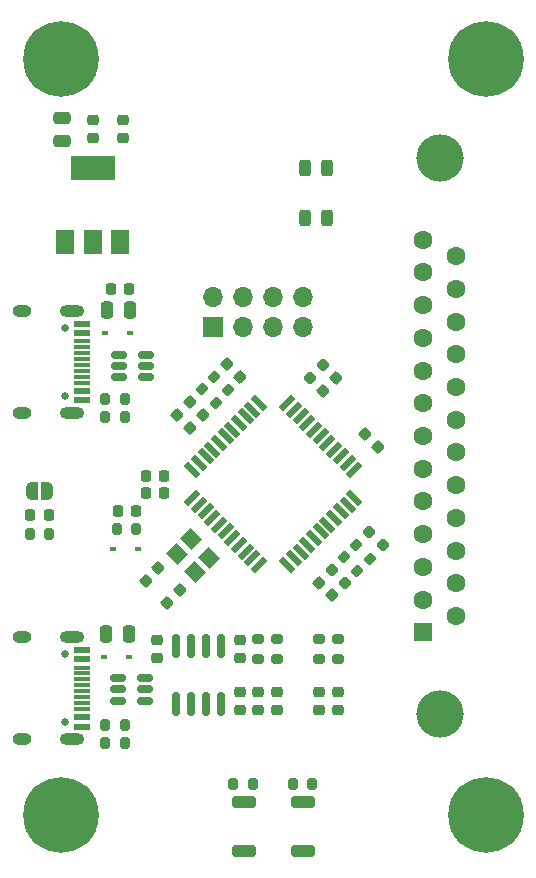
<source format=gbr>
%TF.GenerationSoftware,KiCad,Pcbnew,(6.0.9)*%
%TF.CreationDate,2022-12-20T19:16:25+10:00*%
%TF.ProjectId,OpenRetroPad,4f70656e-5265-4747-926f-5061642e6b69,rev?*%
%TF.SameCoordinates,Original*%
%TF.FileFunction,Soldermask,Top*%
%TF.FilePolarity,Negative*%
%FSLAX46Y46*%
G04 Gerber Fmt 4.6, Leading zero omitted, Abs format (unit mm)*
G04 Created by KiCad (PCBNEW (6.0.9)) date 2022-12-20 19:16:25*
%MOMM*%
%LPD*%
G01*
G04 APERTURE LIST*
G04 Aperture macros list*
%AMRoundRect*
0 Rectangle with rounded corners*
0 $1 Rounding radius*
0 $2 $3 $4 $5 $6 $7 $8 $9 X,Y pos of 4 corners*
0 Add a 4 corners polygon primitive as box body*
4,1,4,$2,$3,$4,$5,$6,$7,$8,$9,$2,$3,0*
0 Add four circle primitives for the rounded corners*
1,1,$1+$1,$2,$3*
1,1,$1+$1,$4,$5*
1,1,$1+$1,$6,$7*
1,1,$1+$1,$8,$9*
0 Add four rect primitives between the rounded corners*
20,1,$1+$1,$2,$3,$4,$5,0*
20,1,$1+$1,$4,$5,$6,$7,0*
20,1,$1+$1,$6,$7,$8,$9,0*
20,1,$1+$1,$8,$9,$2,$3,0*%
%AMRotRect*
0 Rectangle, with rotation*
0 The origin of the aperture is its center*
0 $1 length*
0 $2 width*
0 $3 Rotation angle, in degrees counterclockwise*
0 Add horizontal line*
21,1,$1,$2,0,0,$3*%
%AMFreePoly0*
4,1,22,0.500000,-0.750000,0.000000,-0.750000,0.000000,-0.745033,-0.079941,-0.743568,-0.215256,-0.701293,-0.333266,-0.622738,-0.424486,-0.514219,-0.481581,-0.384460,-0.499164,-0.250000,-0.500000,-0.250000,-0.500000,0.250000,-0.499164,0.250000,-0.499963,0.256109,-0.478152,0.396186,-0.417904,0.524511,-0.324060,0.630769,-0.204165,0.706417,-0.067858,0.745374,0.000000,0.744959,0.000000,0.750000,
0.500000,0.750000,0.500000,-0.750000,0.500000,-0.750000,$1*%
%AMFreePoly1*
4,1,20,0.000000,0.744959,0.073905,0.744508,0.209726,0.703889,0.328688,0.626782,0.421226,0.519385,0.479903,0.390333,0.500000,0.250000,0.500000,-0.250000,0.499851,-0.262216,0.476331,-0.402017,0.414519,-0.529596,0.319384,-0.634700,0.198574,-0.708877,0.061801,-0.746166,0.000000,-0.745033,0.000000,-0.750000,-0.500000,-0.750000,-0.500000,0.750000,0.000000,0.750000,0.000000,0.744959,
0.000000,0.744959,$1*%
G04 Aperture macros list end*
%ADD10RoundRect,0.225000X-0.250000X0.225000X-0.250000X-0.225000X0.250000X-0.225000X0.250000X0.225000X0*%
%ADD11RoundRect,0.150000X-0.512500X-0.150000X0.512500X-0.150000X0.512500X0.150000X-0.512500X0.150000X0*%
%ADD12C,4.000000*%
%ADD13R,1.600000X1.600000*%
%ADD14C,1.600000*%
%ADD15R,0.600000X0.450000*%
%ADD16RoundRect,0.200000X0.200000X0.275000X-0.200000X0.275000X-0.200000X-0.275000X0.200000X-0.275000X0*%
%ADD17RoundRect,0.225000X0.225000X0.250000X-0.225000X0.250000X-0.225000X-0.250000X0.225000X-0.250000X0*%
%ADD18RoundRect,0.243750X0.243750X0.456250X-0.243750X0.456250X-0.243750X-0.456250X0.243750X-0.456250X0*%
%ADD19RoundRect,0.225000X0.335876X0.017678X0.017678X0.335876X-0.335876X-0.017678X-0.017678X-0.335876X0*%
%ADD20RoundRect,0.200000X-0.200000X-0.275000X0.200000X-0.275000X0.200000X0.275000X-0.200000X0.275000X0*%
%ADD21RoundRect,0.225000X-0.335876X-0.017678X-0.017678X-0.335876X0.335876X0.017678X0.017678X0.335876X0*%
%ADD22RoundRect,0.225000X-0.225000X-0.250000X0.225000X-0.250000X0.225000X0.250000X-0.225000X0.250000X0*%
%ADD23RoundRect,0.200000X0.275000X-0.200000X0.275000X0.200000X-0.275000X0.200000X-0.275000X-0.200000X0*%
%ADD24RoundRect,0.218750X0.256250X-0.218750X0.256250X0.218750X-0.256250X0.218750X-0.256250X-0.218750X0*%
%ADD25RoundRect,0.225000X0.250000X-0.225000X0.250000X0.225000X-0.250000X0.225000X-0.250000X-0.225000X0*%
%ADD26C,0.800000*%
%ADD27C,6.400000*%
%ADD28RoundRect,0.150000X0.150000X-0.825000X0.150000X0.825000X-0.150000X0.825000X-0.150000X-0.825000X0*%
%ADD29R,1.500000X2.000000*%
%ADD30R,3.800000X2.000000*%
%ADD31RoundRect,0.225000X-0.017678X0.335876X-0.335876X0.017678X0.017678X-0.335876X0.335876X-0.017678X0*%
%ADD32RoundRect,0.218750X-0.256250X0.218750X-0.256250X-0.218750X0.256250X-0.218750X0.256250X0.218750X0*%
%ADD33RoundRect,0.218750X-0.335876X-0.026517X-0.026517X-0.335876X0.335876X0.026517X0.026517X0.335876X0*%
%ADD34RoundRect,0.200000X0.335876X0.053033X0.053033X0.335876X-0.335876X-0.053033X-0.053033X-0.335876X0*%
%ADD35RoundRect,0.218750X0.335876X0.026517X0.026517X0.335876X-0.335876X-0.026517X-0.026517X-0.335876X0*%
%ADD36RoundRect,0.250000X-0.250000X-0.475000X0.250000X-0.475000X0.250000X0.475000X-0.250000X0.475000X0*%
%ADD37RoundRect,0.218750X0.026517X-0.335876X0.335876X-0.026517X-0.026517X0.335876X-0.335876X0.026517X0*%
%ADD38FreePoly0,180.000000*%
%ADD39FreePoly1,180.000000*%
%ADD40C,0.650000*%
%ADD41R,1.450000X0.600000*%
%ADD42R,1.450000X0.300000*%
%ADD43O,1.600000X1.000000*%
%ADD44O,2.100000X1.000000*%
%ADD45RotRect,1.500000X0.550000X315.000000*%
%ADD46RotRect,1.500000X0.550000X45.000000*%
%ADD47RoundRect,0.200000X-0.335876X-0.053033X-0.053033X-0.335876X0.335876X0.053033X0.053033X0.335876X0*%
%ADD48RoundRect,0.218750X0.218750X0.256250X-0.218750X0.256250X-0.218750X-0.256250X0.218750X-0.256250X0*%
%ADD49RoundRect,0.250000X-0.475000X0.250000X-0.475000X-0.250000X0.475000X-0.250000X0.475000X0.250000X0*%
%ADD50RotRect,1.400000X1.200000X135.000000*%
%ADD51R,1.700000X1.700000*%
%ADD52O,1.700000X1.700000*%
%ADD53RoundRect,0.250000X-0.750000X0.250000X-0.750000X-0.250000X0.750000X-0.250000X0.750000X0.250000X0*%
G04 APERTURE END LIST*
D10*
%TO.C,C5*%
X5300000Y-5175000D03*
X5300000Y-6725000D03*
%TD*%
D11*
%TO.C,U4*%
X4962500Y-25050000D03*
X4962500Y-26000000D03*
X4962500Y-26950000D03*
X7237500Y-26950000D03*
X7237500Y-26000000D03*
X7237500Y-25050000D03*
%TD*%
D12*
%TO.C,J4*%
X32089669Y-55500000D03*
X32089669Y-8400000D03*
D13*
X30669669Y-48570000D03*
D14*
X30669669Y-45800000D03*
X30669669Y-43030000D03*
X30669669Y-40260000D03*
X30669669Y-37490000D03*
X30669669Y-34720000D03*
X30669669Y-31950000D03*
X30669669Y-29180000D03*
X30669669Y-26410000D03*
X30669669Y-23640000D03*
X30669669Y-20870000D03*
X30669669Y-18100000D03*
X30669669Y-15330000D03*
X33509669Y-47185000D03*
X33509669Y-44415000D03*
X33509669Y-41645000D03*
X33509669Y-38875000D03*
X33509669Y-36105000D03*
X33509669Y-33335000D03*
X33509669Y-30565000D03*
X33509669Y-27795000D03*
X33509669Y-25025000D03*
X33509669Y-22255000D03*
X33509669Y-19485000D03*
X33509669Y-16715000D03*
%TD*%
D15*
%TO.C,D9*%
X5800000Y-50700000D03*
X3700000Y-50700000D03*
%TD*%
D16*
%TO.C,R16*%
X16275000Y-61450000D03*
X14625000Y-61450000D03*
%TD*%
D17*
%TO.C,C19*%
X6375000Y-38300000D03*
X4825000Y-38300000D03*
%TD*%
D18*
%TO.C,F2*%
X22537500Y-13450000D03*
X20662500Y-13450000D03*
%TD*%
D19*
%TO.C,C10*%
X22998008Y-45448008D03*
X21901992Y-44351992D03*
%TD*%
D20*
%TO.C,R11*%
X4775000Y-39800000D03*
X6425000Y-39800000D03*
%TD*%
D21*
%TO.C,C9*%
X14112652Y-25891332D03*
X15208668Y-26987348D03*
%TD*%
D22*
%TO.C,C7*%
X7225000Y-35300000D03*
X8775000Y-35300000D03*
%TD*%
D23*
%TO.C,R7*%
X16700000Y-50825000D03*
X16700000Y-49175000D03*
%TD*%
D24*
%TO.C,D8*%
X23500000Y-55187500D03*
X23500000Y-53612500D03*
%TD*%
D25*
%TO.C,C15*%
X15200000Y-50775000D03*
X15200000Y-49225000D03*
%TD*%
D21*
%TO.C,C20*%
X25751992Y-31751992D03*
X26848008Y-32848008D03*
%TD*%
D20*
%TO.C,R9*%
X19675000Y-61450000D03*
X21325000Y-61450000D03*
%TD*%
D16*
%TO.C,R4*%
X5425000Y-57900000D03*
X3775000Y-57900000D03*
%TD*%
D26*
%TO.C,H1*%
X1697056Y1697056D03*
X-1697056Y1697056D03*
X1697056Y-1697056D03*
X0Y2400000D03*
X2400000Y0D03*
X-2400000Y0D03*
D27*
X0Y0D03*
D26*
X0Y-2400000D03*
X-1697056Y-1697056D03*
%TD*%
D20*
%TO.C,R1*%
X3775000Y-28800000D03*
X5425000Y-28800000D03*
%TD*%
D21*
%TO.C,C13*%
X9870011Y-30133973D03*
X10966027Y-31229989D03*
%TD*%
D11*
%TO.C,U5*%
X4862500Y-52450000D03*
X4862500Y-53400000D03*
X4862500Y-54350000D03*
X7137500Y-54350000D03*
X7137500Y-53400000D03*
X7137500Y-52450000D03*
%TD*%
D23*
%TO.C,R8*%
X18300000Y-50825000D03*
X18300000Y-49175000D03*
%TD*%
D28*
%TO.C,U3*%
X9795000Y-54675000D03*
X11065000Y-54675000D03*
X12335000Y-54675000D03*
X13605000Y-54675000D03*
X13605000Y-49725000D03*
X12335000Y-49725000D03*
X11065000Y-49725000D03*
X9795000Y-49725000D03*
%TD*%
D29*
%TO.C,U1*%
X400000Y-15550000D03*
X2700000Y-15550000D03*
D30*
X2700000Y-9250000D03*
D29*
X5000000Y-15550000D03*
%TD*%
D31*
%TO.C,C11*%
X10121664Y-45000000D03*
X9025648Y-46096016D03*
%TD*%
D21*
%TO.C,C14*%
X10930671Y-29073313D03*
X12026687Y-30169329D03*
%TD*%
D32*
%TO.C,D3*%
X18300000Y-53612500D03*
X18300000Y-55187500D03*
%TD*%
D31*
%TO.C,C18*%
X23300000Y-27000000D03*
X22203984Y-28096016D03*
%TD*%
D33*
%TO.C,FB3*%
X22943153Y-43293153D03*
X24056847Y-44406847D03*
%TD*%
D34*
%TO.C,R6*%
X14183363Y-28083363D03*
X13016637Y-26916637D03*
%TD*%
%TO.C,R10*%
X26183363Y-42333363D03*
X25016637Y-41166637D03*
%TD*%
D31*
%TO.C,C12*%
X8283188Y-43161525D03*
X7187172Y-44257541D03*
%TD*%
D35*
%TO.C,D4*%
X27256847Y-41206847D03*
X26143153Y-40093153D03*
%TD*%
D36*
%TO.C,C6*%
X3850000Y-48750000D03*
X5750000Y-48750000D03*
%TD*%
D37*
%TO.C,FB4*%
X21143153Y-27056847D03*
X22256847Y-25943153D03*
%TD*%
D38*
%TO.C,JP1*%
X-1128000Y-36576000D03*
D39*
X-2428000Y-36576000D03*
%TD*%
D16*
%TO.C,R2*%
X5425000Y-30300000D03*
X3775000Y-30300000D03*
%TD*%
D34*
%TO.C,R5*%
X13122702Y-29144024D03*
X11955976Y-27977298D03*
%TD*%
D40*
%TO.C,J1*%
X400000Y-22790000D03*
X400000Y-28570000D03*
D41*
X1845000Y-22430000D03*
X1845000Y-23230000D03*
D42*
X1845000Y-24430000D03*
X1845000Y-25430000D03*
X1845000Y-25930000D03*
X1845000Y-26930000D03*
D41*
X1845000Y-28130000D03*
X1845000Y-28930000D03*
X1845000Y-28930000D03*
X1845000Y-28130000D03*
D42*
X1845000Y-27430000D03*
X1845000Y-26430000D03*
X1845000Y-24930000D03*
X1845000Y-23930000D03*
D41*
X1845000Y-23230000D03*
X1845000Y-22430000D03*
D43*
X-3250000Y-30000000D03*
D44*
X930000Y-30000000D03*
X930000Y-21360000D03*
D43*
X-3250000Y-21360000D03*
%TD*%
D10*
%TO.C,C4*%
X2700000Y-5175000D03*
X2700000Y-6725000D03*
%TD*%
D26*
%TO.C,H4*%
X36000000Y-66400000D03*
D27*
X36000000Y-64000000D03*
D26*
X37697056Y-62302944D03*
X38400000Y-64000000D03*
X33600000Y-64000000D03*
X34302944Y-65697056D03*
X34302944Y-62302944D03*
X36000000Y-61600000D03*
X37697056Y-65697056D03*
%TD*%
D45*
%TO.C,U2*%
X16797918Y-29141064D03*
X16232233Y-29706750D03*
X15666548Y-30272435D03*
X15100862Y-30838120D03*
X14535177Y-31403806D03*
X13969491Y-31969491D03*
X13403806Y-32535177D03*
X12838120Y-33100862D03*
X12272435Y-33666548D03*
X11706750Y-34232233D03*
X11141064Y-34797918D03*
D46*
X11141064Y-37202082D03*
X11706750Y-37767767D03*
X12272435Y-38333452D03*
X12838120Y-38899138D03*
X13403806Y-39464823D03*
X13969491Y-40030509D03*
X14535177Y-40596194D03*
X15100862Y-41161880D03*
X15666548Y-41727565D03*
X16232233Y-42293250D03*
X16797918Y-42858936D03*
D45*
X19202082Y-42858936D03*
X19767767Y-42293250D03*
X20333452Y-41727565D03*
X20899138Y-41161880D03*
X21464823Y-40596194D03*
X22030509Y-40030509D03*
X22596194Y-39464823D03*
X23161880Y-38899138D03*
X23727565Y-38333452D03*
X24293250Y-37767767D03*
X24858936Y-37202082D03*
D46*
X24858936Y-34797918D03*
X24293250Y-34232233D03*
X23727565Y-33666548D03*
X23161880Y-33100862D03*
X22596194Y-32535177D03*
X22030509Y-31969491D03*
X21464823Y-31403806D03*
X20899138Y-30838120D03*
X20333452Y-30272435D03*
X19767767Y-29706750D03*
X19202082Y-29141064D03*
%TD*%
D15*
%TO.C,D1*%
X5850000Y-23250000D03*
X3750000Y-23250000D03*
%TD*%
D16*
%TO.C,R13*%
X-953000Y-40276000D03*
X-2603000Y-40276000D03*
%TD*%
D22*
%TO.C,C8*%
X7225000Y-36800000D03*
X8775000Y-36800000D03*
%TD*%
D15*
%TO.C,D5*%
X4450000Y-41500000D03*
X6550000Y-41500000D03*
%TD*%
D47*
%TO.C,R12*%
X23966637Y-42216637D03*
X25133363Y-43383363D03*
%TD*%
D20*
%TO.C,R3*%
X3775000Y-56400000D03*
X5425000Y-56400000D03*
%TD*%
D18*
%TO.C,F1*%
X22537500Y-9250000D03*
X20662500Y-9250000D03*
%TD*%
D23*
%TO.C,R15*%
X23500000Y-50825000D03*
X23500000Y-49175000D03*
%TD*%
D40*
%TO.C,J2*%
X400000Y-50410000D03*
X400000Y-56190000D03*
D41*
X1845000Y-50050000D03*
X1845000Y-50850000D03*
D42*
X1845000Y-52050000D03*
X1845000Y-53050000D03*
X1845000Y-53550000D03*
X1845000Y-54550000D03*
D41*
X1845000Y-55750000D03*
X1845000Y-56550000D03*
X1845000Y-56550000D03*
X1845000Y-55750000D03*
D42*
X1845000Y-55050000D03*
X1845000Y-54050000D03*
X1845000Y-52550000D03*
X1845000Y-51550000D03*
D41*
X1845000Y-50850000D03*
X1845000Y-50050000D03*
D43*
X-3250000Y-48980000D03*
D44*
X930000Y-57620000D03*
X930000Y-48980000D03*
D43*
X-3250000Y-57620000D03*
%TD*%
D26*
%TO.C,H3*%
X34302944Y1697056D03*
X36000000Y2400000D03*
X33600000Y0D03*
X37697056Y1697056D03*
D27*
X36000000Y0D03*
D26*
X36000000Y-2400000D03*
X37697056Y-1697056D03*
X38400000Y0D03*
X34302944Y-1697056D03*
%TD*%
D23*
%TO.C,R14*%
X21900000Y-50825000D03*
X21900000Y-49175000D03*
%TD*%
D48*
%TO.C,D6*%
X-990500Y-38676000D03*
X-2565500Y-38676000D03*
%TD*%
D26*
%TO.C,H2*%
X2400000Y-64000000D03*
X-1697056Y-65697056D03*
X1697056Y-65697056D03*
X1697056Y-62302944D03*
X0Y-66400000D03*
X0Y-61600000D03*
X-2400000Y-64000000D03*
X-1697056Y-62302944D03*
D27*
X0Y-64000000D03*
%TD*%
D24*
%TO.C,D7*%
X21900000Y-55187500D03*
X21900000Y-53612500D03*
%TD*%
D49*
%TO.C,C3*%
X100000Y-5050000D03*
X100000Y-6950000D03*
%TD*%
D50*
%TO.C,Y1*%
X12578858Y-42259962D03*
X11023223Y-40704327D03*
X9821142Y-41906408D03*
X11376777Y-43462043D03*
%TD*%
D25*
%TO.C,C17*%
X15200000Y-55175000D03*
X15200000Y-53625000D03*
%TD*%
D22*
%TO.C,C2*%
X4275000Y-19500000D03*
X5825000Y-19500000D03*
%TD*%
D51*
%TO.C,J3*%
X12920000Y-22700000D03*
D52*
X12920000Y-20160000D03*
X15460000Y-22700000D03*
X15460000Y-20160000D03*
X18000000Y-22700000D03*
X18000000Y-20160000D03*
X20540000Y-22700000D03*
X20540000Y-20160000D03*
%TD*%
D53*
%TO.C,SW2*%
X15500000Y-62900000D03*
X15500000Y-67100000D03*
%TD*%
D32*
%TO.C,D2*%
X16700000Y-53612500D03*
X16700000Y-55187500D03*
%TD*%
D53*
%TO.C,SW1*%
X20500000Y-62900000D03*
X20500000Y-67100000D03*
%TD*%
D36*
%TO.C,C1*%
X3950000Y-21300000D03*
X5850000Y-21300000D03*
%TD*%
D25*
%TO.C,C16*%
X8200000Y-50775000D03*
X8200000Y-49225000D03*
%TD*%
M02*

</source>
